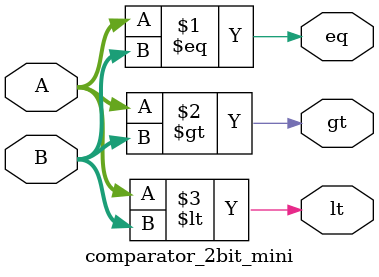
<source format=v>
module comparator_2bit_mini (
    input [1:0] A, B,
    output eq, gt, lt
);
    assign eq = (A == B);
    assign gt = (A > B);
    assign lt = (A < B);
endmodule
</source>
